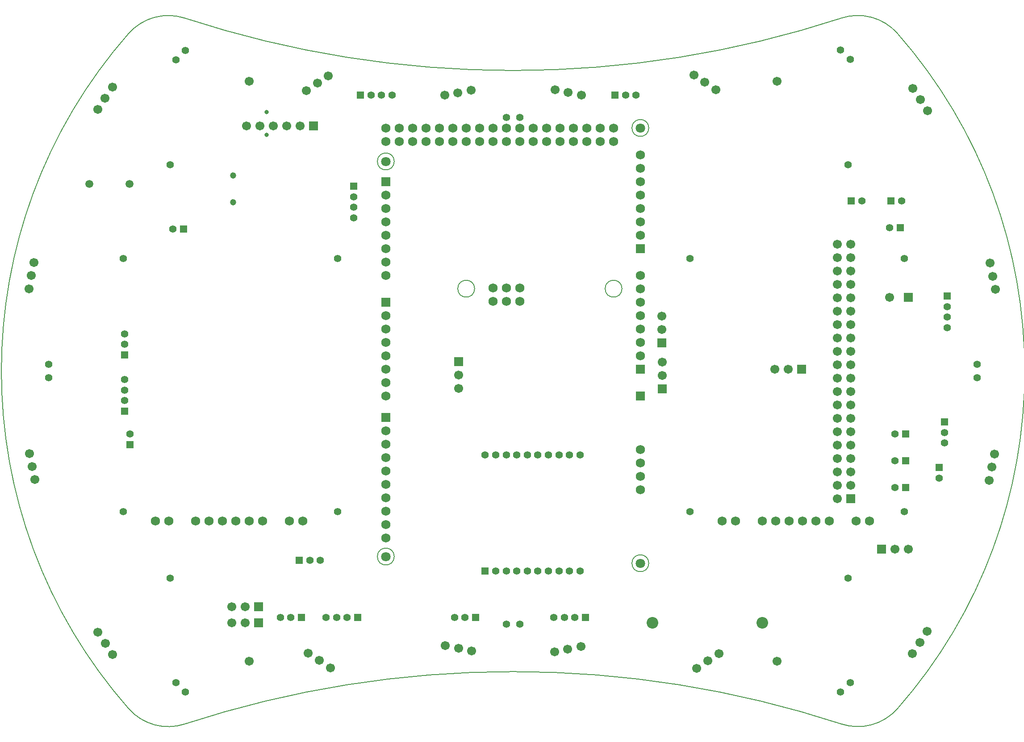
<source format=gbs>
%FSLAX23Y23*%
%MOIN*%
G70*
G01*
G75*
G04 Layer_Color=16711935*
%ADD10C,0.008*%
%ADD11R,0.037X0.035*%
%ADD12R,0.037X0.035*%
%ADD13R,0.045X0.069*%
%ADD14R,0.094X0.039*%
%ADD15R,0.094X0.130*%
%ADD16R,0.047X0.047*%
%ADD17R,0.057X0.094*%
%ADD18R,0.069X0.045*%
%ADD19R,0.043X0.067*%
%ADD20R,0.047X0.047*%
%ADD21R,0.050X0.100*%
%ADD22R,0.055X0.047*%
%ADD23R,0.055X0.043*%
%ADD24R,0.067X0.043*%
%ADD25O,0.087X0.024*%
%ADD26R,0.043X0.055*%
%ADD27O,0.065X0.022*%
%ADD28O,0.022X0.065*%
%ADD29O,0.010X0.083*%
%ADD30R,0.035X0.037*%
%ADD31R,0.035X0.037*%
%ADD32O,0.024X0.087*%
%ADD33C,0.059*%
%ADD34R,0.010X0.035*%
%ADD35R,0.035X0.010*%
%ADD36C,0.010*%
%ADD37C,0.020*%
%ADD38C,0.012*%
%ADD39C,0.015*%
%ADD40C,0.005*%
%ADD41R,0.059X0.059*%
%ADD42R,0.047X0.047*%
%ADD43C,0.047*%
%ADD44R,0.059X0.059*%
%ADD45R,0.047X0.047*%
%ADD46C,0.060*%
%ADD47R,0.060X0.060*%
%ADD48C,0.063*%
%ADD49C,0.039*%
%ADD50C,0.051*%
%ADD51C,0.079*%
%ADD52C,0.024*%
%ADD53C,0.010*%
%ADD54C,0.024*%
%ADD55C,0.008*%
%ADD56C,0.004*%
%ADD57C,0.016*%
%ADD58C,0.007*%
%ADD59C,0.020*%
%ADD60C,0.006*%
%ADD61R,0.045X0.043*%
%ADD62R,0.045X0.043*%
%ADD63R,0.053X0.077*%
%ADD64R,0.102X0.047*%
%ADD65R,0.102X0.138*%
%ADD66R,0.055X0.055*%
%ADD67R,0.065X0.102*%
%ADD68R,0.077X0.053*%
%ADD69R,0.051X0.075*%
%ADD70R,0.055X0.055*%
%ADD71R,0.058X0.108*%
%ADD72R,0.063X0.055*%
%ADD73R,0.063X0.051*%
%ADD74R,0.075X0.051*%
%ADD75O,0.095X0.032*%
%ADD76R,0.051X0.063*%
%ADD77O,0.073X0.030*%
%ADD78O,0.030X0.073*%
%ADD79O,0.018X0.091*%
%ADD80R,0.043X0.045*%
%ADD81R,0.043X0.045*%
%ADD82O,0.032X0.095*%
%ADD83C,0.067*%
%ADD84R,0.018X0.043*%
%ADD85R,0.043X0.018*%
%ADD86R,0.067X0.067*%
%ADD87R,0.055X0.055*%
%ADD88C,0.055*%
%ADD89R,0.067X0.067*%
%ADD90R,0.055X0.055*%
%ADD91C,0.068*%
%ADD92R,0.068X0.068*%
%ADD93C,0.071*%
%ADD94C,0.047*%
%ADD95C,0.059*%
%ADD96C,0.087*%
%ADD97C,0.032*%
D40*
X1013Y1815D02*
G03*
X1013Y1815I-63J0D01*
G01*
X-887Y1565D02*
G03*
X-887Y1565I-63J0D01*
G01*
X-287Y615D02*
G03*
X-287Y615I-63J0D01*
G01*
X1013Y-1435D02*
G03*
X1013Y-1435I-63J0D01*
G01*
X813Y615D02*
G03*
X813Y615I-63J0D01*
G01*
X-887Y-1385D02*
G03*
X-887Y-1385I-63J0D01*
G01*
X2869Y2521D02*
G03*
X2450Y2635I-296J-260D01*
G01*
X2869Y-2521D02*
G03*
X2869Y2521I-2869J2521D01*
G01*
X2450Y-2635D02*
G03*
X2869Y-2521I123J374D01*
G01*
X2450Y-2635D02*
G03*
X-2450Y-2635I-2450J-7483D01*
G01*
X-2869Y-2521D02*
G03*
X-2450Y-2635I296J260D01*
G01*
X-2869Y2521D02*
G03*
X-2869Y-2521I2869J-2521D01*
G01*
X-2450Y2635D02*
G03*
X-2869Y2521I-123J-374D01*
G01*
X-2450Y2635D02*
G03*
X2450Y2635I2450J7483D01*
G01*
D83*
X1115Y-32D02*
D03*
Y68D02*
D03*
X1112Y311D02*
D03*
Y411D02*
D03*
X-2000Y-1760D02*
D03*
X-2100D02*
D03*
X-2000Y-1880D02*
D03*
X-2100D02*
D03*
X-314Y2098D02*
D03*
X-412Y2078D02*
D03*
X-510Y2059D02*
D03*
X-1378Y2205D02*
D03*
X-1461Y2149D02*
D03*
X-1544Y2094D02*
D03*
X-2990Y2120D02*
D03*
X-3046Y2037D02*
D03*
X-3101Y1954D02*
D03*
X-3575Y810D02*
D03*
X-3595Y712D02*
D03*
X-3614Y614D02*
D03*
X-3610Y-615D02*
D03*
X-3590Y-713D02*
D03*
X-3571Y-811D02*
D03*
X-3100Y-1950D02*
D03*
X-3044Y-2033D02*
D03*
X-2989Y-2116D02*
D03*
X-1530Y-2105D02*
D03*
X-1447Y-2161D02*
D03*
X-1364Y-2216D02*
D03*
X-505Y-2050D02*
D03*
X-407Y-2070D02*
D03*
X-309Y-2089D02*
D03*
X310Y-2095D02*
D03*
X408Y-2075D02*
D03*
X506Y-2056D02*
D03*
X1370Y-2220D02*
D03*
X1453Y-2164D02*
D03*
X1536Y-2109D02*
D03*
X2980Y-2110D02*
D03*
X3036Y-2027D02*
D03*
X3091Y-1944D02*
D03*
X3555Y-815D02*
D03*
X3575Y-717D02*
D03*
X3594Y-619D02*
D03*
X3600Y610D02*
D03*
X3580Y708D02*
D03*
X3561Y806D02*
D03*
X3095Y1945D02*
D03*
X3039Y2028D02*
D03*
X2984Y2111D02*
D03*
X1515Y2100D02*
D03*
X1432Y2156D02*
D03*
X1349Y2211D02*
D03*
X510Y2060D02*
D03*
X412Y2080D02*
D03*
X314Y2099D02*
D03*
X-1590Y1830D02*
D03*
X-1690D02*
D03*
X-1790D02*
D03*
X-1890D02*
D03*
X-1990D02*
D03*
X2850Y-1330D02*
D03*
X2950D02*
D03*
X-405Y-30D02*
D03*
Y-130D02*
D03*
X1955Y15D02*
D03*
X2055D02*
D03*
X-1969Y2165D02*
D03*
X1969D02*
D03*
Y-2165D02*
D03*
X-1969D02*
D03*
X2811Y550D02*
D03*
X2422Y-952D02*
D03*
X2522Y-852D02*
D03*
X2422D02*
D03*
X2522Y-752D02*
D03*
X2422D02*
D03*
X2522Y-652D02*
D03*
X2422D02*
D03*
X2522Y-552D02*
D03*
X2422D02*
D03*
X2522Y-452D02*
D03*
X2422D02*
D03*
X2522Y-352D02*
D03*
X2422D02*
D03*
X2522Y-252D02*
D03*
X2422D02*
D03*
X2522Y-152D02*
D03*
X2422D02*
D03*
X2522Y-52D02*
D03*
X2422D02*
D03*
X2522Y48D02*
D03*
X2422D02*
D03*
X2522Y148D02*
D03*
X2422D02*
D03*
X2522Y248D02*
D03*
X2422D02*
D03*
X2522Y348D02*
D03*
X2422D02*
D03*
X2522Y448D02*
D03*
X2422D02*
D03*
X2522Y548D02*
D03*
X2422D02*
D03*
X2522Y648D02*
D03*
X2422D02*
D03*
X2522Y748D02*
D03*
X2422D02*
D03*
X2522Y848D02*
D03*
X2422D02*
D03*
X2522Y948D02*
D03*
X2422D02*
D03*
D86*
X1115Y-132D02*
D03*
X1112Y211D02*
D03*
X-405Y70D02*
D03*
X2522Y-952D02*
D03*
D87*
X-2460Y1060D02*
D03*
X-209Y-1493D02*
D03*
X-1160Y-1840D02*
D03*
X540D02*
D03*
X-1140Y2060D02*
D03*
X2820Y1270D02*
D03*
X2890Y1070D02*
D03*
X2930Y-670D02*
D03*
Y-470D02*
D03*
Y-870D02*
D03*
X-1580Y-1840D02*
D03*
X-280D02*
D03*
X760Y2060D02*
D03*
X-1596Y-1412D02*
D03*
X2524Y1271D02*
D03*
D88*
X-2539Y1060D02*
D03*
X-130Y-1493D02*
D03*
X-51D02*
D03*
X28D02*
D03*
X106D02*
D03*
X185D02*
D03*
X264D02*
D03*
X343D02*
D03*
X421D02*
D03*
X500D02*
D03*
X500Y-627D02*
D03*
X421D02*
D03*
X343D02*
D03*
X264D02*
D03*
X185D02*
D03*
X106D02*
D03*
X28D02*
D03*
X-51D02*
D03*
X-130D02*
D03*
X-209D02*
D03*
X-1239Y-1840D02*
D03*
X-1317D02*
D03*
X-1396D02*
D03*
X3240Y481D02*
D03*
Y403D02*
D03*
Y324D02*
D03*
X461Y-1840D02*
D03*
X383D02*
D03*
X304D02*
D03*
X-2900Y-221D02*
D03*
Y-143D02*
D03*
Y-64D02*
D03*
X-1061Y2060D02*
D03*
X-983D02*
D03*
X-904D02*
D03*
X2899Y1270D02*
D03*
X2811Y1070D02*
D03*
X2851Y-670D02*
D03*
Y-470D02*
D03*
X-1190Y1301D02*
D03*
Y1223D02*
D03*
Y1144D02*
D03*
X2851Y-870D02*
D03*
X2921Y-1051D02*
D03*
Y839D02*
D03*
X1321D02*
D03*
Y-1051D02*
D03*
X-1311D02*
D03*
Y839D02*
D03*
X-2911D02*
D03*
Y-1051D02*
D03*
X-1659Y-1840D02*
D03*
X-1737D02*
D03*
X3220Y-459D02*
D03*
Y-537D02*
D03*
X-359Y-1840D02*
D03*
X-437D02*
D03*
X-2900Y199D02*
D03*
Y277D02*
D03*
X839Y2060D02*
D03*
X917D02*
D03*
X3465Y-50D02*
D03*
Y50D02*
D03*
X2516Y2327D02*
D03*
X2445Y2398D02*
D03*
X-50Y-1890D02*
D03*
X50D02*
D03*
X2445Y-2398D02*
D03*
X2516Y-2327D02*
D03*
X-3465Y50D02*
D03*
Y-50D02*
D03*
X-2516Y-2327D02*
D03*
X-2445Y-2398D02*
D03*
X50Y1893D02*
D03*
X-50D02*
D03*
X-2445Y2395D02*
D03*
X-2516Y2325D02*
D03*
X-1439Y-1412D02*
D03*
X-1517D02*
D03*
X-2558Y1540D02*
D03*
Y-1545D02*
D03*
X2501D02*
D03*
X2501Y1540D02*
D03*
X2603Y1271D02*
D03*
X-2860Y-470D02*
D03*
X3179Y-799D02*
D03*
D89*
X-1900Y-1760D02*
D03*
Y-1880D02*
D03*
X-1490Y1830D02*
D03*
X2750Y-1330D02*
D03*
X2155Y15D02*
D03*
X2949Y550D02*
D03*
D90*
X3240Y560D02*
D03*
X-2900Y-300D02*
D03*
X-1190Y1380D02*
D03*
X3220Y-380D02*
D03*
X-2900Y120D02*
D03*
X-2860Y-549D02*
D03*
X3179Y-720D02*
D03*
D91*
X750Y1715D02*
D03*
Y1815D02*
D03*
X650Y1715D02*
D03*
Y1815D02*
D03*
X550Y1715D02*
D03*
Y1815D02*
D03*
X450Y1715D02*
D03*
Y1815D02*
D03*
X350Y1715D02*
D03*
Y1815D02*
D03*
X250Y1715D02*
D03*
Y1815D02*
D03*
X150Y1715D02*
D03*
Y1815D02*
D03*
X50Y1715D02*
D03*
Y1815D02*
D03*
X-50D02*
D03*
Y1715D02*
D03*
X-150D02*
D03*
Y1815D02*
D03*
X-250Y1715D02*
D03*
Y1815D02*
D03*
X-350Y1715D02*
D03*
Y1815D02*
D03*
X-450Y1715D02*
D03*
Y1815D02*
D03*
X-550Y1715D02*
D03*
Y1815D02*
D03*
X-650Y1715D02*
D03*
Y1815D02*
D03*
X-750Y1715D02*
D03*
Y1815D02*
D03*
X-850Y1715D02*
D03*
Y1815D02*
D03*
X-950Y1715D02*
D03*
Y1815D02*
D03*
Y215D02*
D03*
Y115D02*
D03*
Y15D02*
D03*
Y-85D02*
D03*
Y-185D02*
D03*
Y415D02*
D03*
Y315D02*
D03*
Y-645D02*
D03*
Y-745D02*
D03*
Y-845D02*
D03*
Y-945D02*
D03*
Y-1045D02*
D03*
Y-445D02*
D03*
Y-545D02*
D03*
X950Y-685D02*
D03*
Y-585D02*
D03*
X-950Y1115D02*
D03*
Y1015D02*
D03*
Y915D02*
D03*
Y815D02*
D03*
Y715D02*
D03*
Y1315D02*
D03*
Y1215D02*
D03*
X950Y315D02*
D03*
Y415D02*
D03*
Y515D02*
D03*
Y615D02*
D03*
Y715D02*
D03*
Y115D02*
D03*
Y215D02*
D03*
Y1215D02*
D03*
Y1315D02*
D03*
Y1415D02*
D03*
Y1515D02*
D03*
Y1615D02*
D03*
Y1015D02*
D03*
Y1115D02*
D03*
Y-785D02*
D03*
Y-885D02*
D03*
X-950Y-1145D02*
D03*
Y-1245D02*
D03*
X-150Y620D02*
D03*
Y520D02*
D03*
X-50Y620D02*
D03*
Y520D02*
D03*
X50Y620D02*
D03*
Y520D02*
D03*
X1661Y-1121D02*
D03*
X1861D02*
D03*
X1961D02*
D03*
X2061D02*
D03*
X1561D02*
D03*
X2161D02*
D03*
X2661D02*
D03*
X2561D02*
D03*
X2361D02*
D03*
X2261D02*
D03*
X-2571D02*
D03*
X-2371D02*
D03*
X-2271D02*
D03*
X-2171D02*
D03*
X-2671D02*
D03*
X-2071D02*
D03*
X-1571D02*
D03*
X-1671D02*
D03*
X-1871D02*
D03*
X-1971D02*
D03*
D92*
X-950Y515D02*
D03*
Y-345D02*
D03*
X950Y-185D02*
D03*
X-950Y1415D02*
D03*
X950Y15D02*
D03*
Y915D02*
D03*
D93*
X-950Y1565D02*
D03*
X950Y1815D02*
D03*
Y-1435D02*
D03*
X-950Y-1385D02*
D03*
D94*
X-2090Y1460D02*
D03*
Y1260D02*
D03*
D95*
X-2862Y1396D02*
D03*
X-3162D02*
D03*
D96*
X1860Y-1880D02*
D03*
X1040Y-1880D02*
D03*
D97*
X-1839Y1762D02*
D03*
X-1841Y1932D02*
D03*
M02*

</source>
